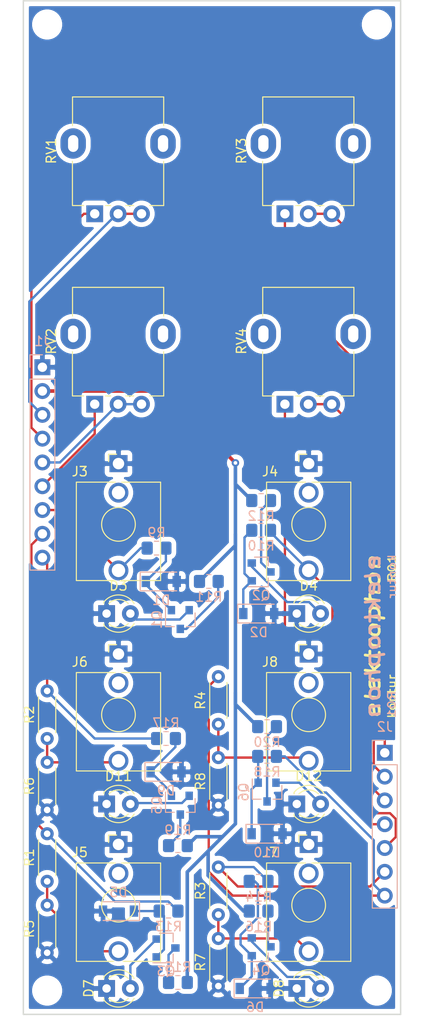
<source format=kicad_pcb>
(kicad_pcb (version 20171130) (host pcbnew 5.1.10)
  (title_block (title kontur) (date 2021-12-12) (rev R01) (comment 1 "PCB for panel") (comment 2 "AD/AR envelope generator") (comment 4 "License CC BY 4.0 - Attribution 4.0 International"))
  (layers (0 F.Cu signal) (31 B.Cu signal) (34 B.Paste user) (35 F.Paste user) (36 B.SilkS user) (37 F.SilkS user) (38 B.Mask user) (39 F.Mask user) (44 Edge.Cuts user))
  (net 0 "")
  (net 1 GND)
  (net 2 "Net-(J3-PadTN)")
  (net 3 "Net-(J4-PadTN)")
  (net 4 "Net-(D1-Pad1)")
  (net 5 "Net-(D2-Pad1)")
  (net 6 "Net-(D3-Pad2)")
  (net 7 "Net-(D4-Pad2)")
  (net 8 "Net-(D5-Pad1)")
  (net 9 "Net-(D6-Pad1)")
  (net 10 "Net-(D7-Pad2)")
  (net 11 "Net-(D8-Pad2)")
  (net 12 "Net-(D9-Pad1)")
  (net 13 "Net-(D10-Pad1)")
  (net 14 "Net-(D11-Pad2)")
  (net 15 "Net-(D12-Pad2)")
  (net 16 /EOE1)
  (net 17 /OUT1)
  (net 18 /IN1)
  (net 19 /DA2)
  (net 20 /DA1)
  (net 21 /AA2)
  (net 22 /AA1)
  (net 23 +5V)
  (net 24 /EOE2)
  (net 25 /OUT2)
  (net 26 /IN2)
  (net 27 /DB2)
  (net 28 /DB1)
  (net 29 /AB2)
  (net 30 /AB1)
  (net 31 "Net-(J5-PadTN)")
  (net 32 "Net-(J5-PadT)")
  (net 33 "Net-(J6-PadTN)")
  (net 34 "Net-(J6-PadT)")
  (net 35 "Net-(J7-PadTN)")
  (net 36 "Net-(J7-PadT)")
  (net 37 "Net-(J8-PadTN)")
  (net 38 "Net-(J8-PadT)")
  (net 39 "Net-(Q1-Pad3)")
  (net 40 "Net-(Q2-Pad3)")
  (net 41 "Net-(Q3-Pad3)")
  (net 42 "Net-(Q4-Pad3)")
  (net 43 "Net-(Q5-Pad3)")
  (net 44 "Net-(Q6-Pad3)")
  (module "elektrophon:elektrophon logo" (layer F.Cu) (at 89.154 118.618 90)
    (fp_text reference REF** hide)
    (fp_text value "elektrophon logo" hide)
    (fp_text user kontur (at 8.84 1.02 90) (layer B.SilkS) (effects (font (size 0.8 1)) (justify left mirror)))
    (fp_text user R01 (at -8.83 1 90) (layer B.SilkS) (effects (font (size 0.8 1)) (justify right mirror)))
    (fp_text user elektrophon (at 0 -1.016 90) (layer B.SilkS) (effects (font (size 1.5 2) (thickness 0.3) italic) (justify mirror)))
    (fp_text user R01 (at 8.8 1.02 90) (layer F.SilkS) (effects (font (size 0.8 1)) (justify right)))
    (fp_text user kontur (at -8.88 1 90) (layer F.SilkS) (effects (font (size 0.8 1)) (justify left)))
    (fp_text user elektrophon (at 0 -1.016 90) (layer F.SilkS) (effects (font (size 1.5 2) (thickness 0.3) italic)))
  )
  (module MountingHole:MountingHole_2.2mm_M2 (layer F.Cu) (at 53.34 53.34)
    (fp_text reference H1 hide)
    (fp_text value MountingHole hide)
    (pad 1 np_thru_hole circle (at 0 0) (size 2.2 2.2) (drill 2.2) (layers *.Cu *.Mask))
  )
  (module elektrophon:Potentiometer_Alpha_RD901F-40-00D_Single_Vertical (layer F.Cu) (at 81.28 86.36 90)
    (fp_text reference RV4 (at -0.79 -7.18 270) (layer F.SilkS))
    (fp_text value 500k)
    (pad "" thru_hole oval (at 0 -4.84 180) (size 2.72 3.24) (drill oval 1.1 1.8) (layers *.Cu *.Mask))
    (pad "" thru_hole oval (at 0 4.76 180) (size 2.72 3.24) (drill oval 1.1 1.8) (layers *.Cu *.Mask))
    (pad 3 thru_hole circle (at -7.5 2.46 180) (size 1.8 1.8) (drill 1) (layers *.Cu *.Mask) (net 28 /DB1))
    (pad 2 thru_hole circle (at -7.5 -0.04 180) (size 1.8 1.8) (drill 1) (layers *.Cu *.Mask) (net 28 /DB1))
    (pad 1 thru_hole rect (at -7.5 -2.54 180) (size 1.8 1.8) (drill 1) (layers *.Cu *.Mask) (net 27 /DB2))
  )
  (module elektrophon:Potentiometer_Alpha_RD901F-40-00D_Single_Vertical (layer F.Cu) (at 81.28 66.04 90)
    (fp_text reference RV3 (at -0.79 -7.18 270) (layer F.SilkS))
    (fp_text value 100k)
    (pad "" thru_hole oval (at 0 -4.84 180) (size 2.72 3.24) (drill oval 1.1 1.8) (layers *.Cu *.Mask))
    (pad "" thru_hole oval (at 0 4.76 180) (size 2.72 3.24) (drill oval 1.1 1.8) (layers *.Cu *.Mask))
    (pad 3 thru_hole circle (at -7.5 2.46 180) (size 1.8 1.8) (drill 1) (layers *.Cu *.Mask) (net 30 /AB1))
    (pad 2 thru_hole circle (at -7.5 -0.04 180) (size 1.8 1.8) (drill 1) (layers *.Cu *.Mask) (net 30 /AB1))
    (pad 1 thru_hole rect (at -7.5 -2.54 180) (size 1.8 1.8) (drill 1) (layers *.Cu *.Mask) (net 29 /AB2))
  )
  (module Resistor_SMD:R_0805_2012Metric_Pad1.20x1.40mm_HandSolder (layer B.Cu) (at 76.835 128.27)
    (fp_text reference R20 (at 0 1.65) (layer B.SilkS) (effects (justify mirror)))
    (fp_text value 5.1k)
    (pad 2 smd roundrect (at 1 0) (size 1.2 1.4) (layers B.Cu B.Paste B.Mask) (roundrect_rratio 0.208333) (net 44 "Net-(Q6-Pad3)"))
    (pad 1 smd roundrect (at -1 0) (size 1.2 1.4) (layers B.Cu B.Paste B.Mask) (roundrect_rratio 0.208333) (net 23 +5V))
  )
  (module Resistor_SMD:R_0805_2012Metric_Pad1.20x1.40mm_HandSolder (layer B.Cu) (at 67.31 140.97 180)
    (fp_text reference R19 (at 0 1.65) (layer B.SilkS) (effects (justify mirror)))
    (fp_text value 5.1k)
    (pad 2 smd roundrect (at 1 0 180) (size 1.2 1.4) (layers B.Cu B.Paste B.Mask) (roundrect_rratio 0.208333) (net 43 "Net-(Q5-Pad3)"))
    (pad 1 smd roundrect (at -1 0 180) (size 1.2 1.4) (layers B.Cu B.Paste B.Mask) (roundrect_rratio 0.208333) (net 23 +5V))
  )
  (module Resistor_SMD:R_0805_2012Metric_Pad1.20x1.40mm_HandSolder (layer B.Cu) (at 76.835 131.445)
    (fp_text reference R18 (at 0 1.65) (layer B.SilkS) (effects (justify mirror)))
    (fp_text value 100k)
    (pad 2 smd roundrect (at 1 0) (size 1.2 1.4) (layers B.Cu B.Paste B.Mask) (roundrect_rratio 0.208333) (net 24 /EOE2))
    (pad 1 smd roundrect (at -1 0) (size 1.2 1.4) (layers B.Cu B.Paste B.Mask) (roundrect_rratio 0.208333) (net 13 "Net-(D10-Pad1)"))
  )
  (module Resistor_SMD:R_0805_2012Metric_Pad1.20x1.40mm_HandSolder (layer B.Cu) (at 66.04 129.54 180)
    (fp_text reference R17 (at 0 1.65) (layer B.SilkS) (effects (justify mirror)))
    (fp_text value 100k)
    (pad 2 smd roundrect (at 1 0 180) (size 1.2 1.4) (layers B.Cu B.Paste B.Mask) (roundrect_rratio 0.208333) (net 16 /EOE1))
    (pad 1 smd roundrect (at -1 0 180) (size 1.2 1.4) (layers B.Cu B.Paste B.Mask) (roundrect_rratio 0.208333) (net 12 "Net-(D9-Pad1)"))
  )
  (module Resistor_SMD:R_0805_2012Metric_Pad1.20x1.40mm_HandSolder (layer B.Cu) (at 75.93 147.955)
    (fp_text reference R16 (at 0 1.65) (layer B.SilkS) (effects (justify mirror)))
    (fp_text value 5.1k)
    (pad 2 smd roundrect (at 1 0) (size 1.2 1.4) (layers B.Cu B.Paste B.Mask) (roundrect_rratio 0.208333) (net 42 "Net-(Q4-Pad3)"))
    (pad 1 smd roundrect (at -1 0) (size 1.2 1.4) (layers B.Cu B.Paste B.Mask) (roundrect_rratio 0.208333) (net 23 +5V))
  )
  (module Resistor_SMD:R_0805_2012Metric_Pad1.20x1.40mm_HandSolder (layer B.Cu) (at 67.31 155.575 180)
    (fp_text reference R15 (at 0 1.65) (layer B.SilkS) (effects (justify mirror)))
    (fp_text value 5.1k)
    (pad 2 smd roundrect (at 1 0 180) (size 1.2 1.4) (layers B.Cu B.Paste B.Mask) (roundrect_rratio 0.208333) (net 41 "Net-(Q3-Pad3)"))
    (pad 1 smd roundrect (at -1 0 180) (size 1.2 1.4) (layers B.Cu B.Paste B.Mask) (roundrect_rratio 0.208333) (net 23 +5V))
  )
  (module Resistor_SMD:R_0805_2012Metric_Pad1.20x1.40mm_HandSolder (layer B.Cu) (at 75.93 144.78)
    (fp_text reference R14 (at 0 1.65) (layer B.SilkS) (effects (justify mirror)))
    (fp_text value 100k)
    (pad 2 smd roundrect (at 1 0) (size 1.2 1.4) (layers B.Cu B.Paste B.Mask) (roundrect_rratio 0.208333) (net 25 /OUT2))
    (pad 1 smd roundrect (at -1 0) (size 1.2 1.4) (layers B.Cu B.Paste B.Mask) (roundrect_rratio 0.208333) (net 9 "Net-(D6-Pad1)"))
  )
  (module Resistor_SMD:R_0805_2012Metric_Pad1.20x1.40mm_HandSolder (layer B.Cu) (at 66.31 147.955)
    (fp_text reference R13 (at 0 1.65) (layer B.SilkS) (effects (justify mirror)))
    (fp_text value 100k)
    (pad 2 smd roundrect (at 1 0) (size 1.2 1.4) (layers B.Cu B.Paste B.Mask) (roundrect_rratio 0.208333) (net 17 /OUT1))
    (pad 1 smd roundrect (at -1 0) (size 1.2 1.4) (layers B.Cu B.Paste B.Mask) (roundrect_rratio 0.208333) (net 8 "Net-(D5-Pad1)"))
  )
  (module Resistor_SMD:R_0805_2012Metric_Pad1.20x1.40mm_HandSolder (layer B.Cu) (at 76.2 104.14)
    (fp_text reference R12 (at 0 1.65) (layer B.SilkS) (effects (justify mirror)))
    (fp_text value 5.1k)
    (pad 2 smd roundrect (at 1 0) (size 1.2 1.4) (layers B.Cu B.Paste B.Mask) (roundrect_rratio 0.208333) (net 40 "Net-(Q2-Pad3)"))
    (pad 1 smd roundrect (at -1 0) (size 1.2 1.4) (layers B.Cu B.Paste B.Mask) (roundrect_rratio 0.208333) (net 23 +5V))
  )
  (module Resistor_SMD:R_0805_2012Metric_Pad1.20x1.40mm_HandSolder (layer B.Cu) (at 70.612 112.776)
    (fp_text reference R11 (at 0 1.65) (layer B.SilkS) (effects (justify mirror)))
    (fp_text value 5.1k)
    (pad 2 smd roundrect (at 1 0) (size 1.2 1.4) (layers B.Cu B.Paste B.Mask) (roundrect_rratio 0.208333) (net 39 "Net-(Q1-Pad3)"))
    (pad 1 smd roundrect (at -1 0) (size 1.2 1.4) (layers B.Cu B.Paste B.Mask) (roundrect_rratio 0.208333) (net 23 +5V))
  )
  (module Resistor_SMD:R_0805_2012Metric_Pad1.20x1.40mm_HandSolder (layer B.Cu) (at 76.2 107.315)
    (fp_text reference R10 (at 0 1.65) (layer B.SilkS) (effects (justify mirror)))
    (fp_text value 100k)
    (pad 2 smd roundrect (at 1 0) (size 1.2 1.4) (layers B.Cu B.Paste B.Mask) (roundrect_rratio 0.208333) (net 26 /IN2))
    (pad 1 smd roundrect (at -1 0) (size 1.2 1.4) (layers B.Cu B.Paste B.Mask) (roundrect_rratio 0.208333) (net 5 "Net-(D2-Pad1)"))
  )
  (module Resistor_SMD:R_0805_2012Metric_Pad1.20x1.40mm_HandSolder (layer B.Cu) (at 65.024 109.22 180)
    (fp_text reference R9 (at 0 1.65) (layer B.SilkS) (effects (justify mirror)))
    (fp_text value 100k)
    (pad 2 smd roundrect (at 1 0 180) (size 1.2 1.4) (layers B.Cu B.Paste B.Mask) (roundrect_rratio 0.208333) (net 18 /IN1))
    (pad 1 smd roundrect (at -1 0 180) (size 1.2 1.4) (layers B.Cu B.Paste B.Mask) (roundrect_rratio 0.208333) (net 4 "Net-(D1-Pad1)"))
  )
  (module Resistor_THT:R_Axial_DIN0204_L3.6mm_D1.6mm_P5.08mm_Horizontal (layer F.Cu) (at 71.628 136.652 90)
    (fp_text reference R8 (at 2.54 -1.92 90) (layer F.SilkS))
    (fp_text value 2.2k)
    (pad 2 thru_hole oval (at 5.08 0 90) (size 1.4 1.4) (drill 0.7) (layers *.Cu *.Mask) (net 38 "Net-(J8-PadT)"))
    (pad 1 thru_hole circle (at 0 0 90) (size 1.4 1.4) (drill 0.7) (layers *.Cu *.Mask) (net 1 GND))
  )
  (module Resistor_THT:R_Axial_DIN0204_L3.6mm_D1.6mm_P5.08mm_Horizontal (layer F.Cu) (at 71.628 155.956 90)
    (fp_text reference R7 (at 2.54 -1.92 90) (layer F.SilkS))
    (fp_text value 2.2k)
    (pad 2 thru_hole oval (at 5.08 0 90) (size 1.4 1.4) (drill 0.7) (layers *.Cu *.Mask) (net 36 "Net-(J7-PadT)"))
    (pad 1 thru_hole circle (at 0 0 90) (size 1.4 1.4) (drill 0.7) (layers *.Cu *.Mask) (net 1 GND))
  )
  (module Resistor_THT:R_Axial_DIN0204_L3.6mm_D1.6mm_P5.08mm_Horizontal (layer F.Cu) (at 53.34 137.16 90)
    (fp_text reference R6 (at 2.54 -1.92 90) (layer F.SilkS))
    (fp_text value 2.2k)
    (pad 2 thru_hole oval (at 5.08 0 90) (size 1.4 1.4) (drill 0.7) (layers *.Cu *.Mask) (net 34 "Net-(J6-PadT)"))
    (pad 1 thru_hole circle (at 0 0 90) (size 1.4 1.4) (drill 0.7) (layers *.Cu *.Mask) (net 1 GND))
  )
  (module Resistor_THT:R_Axial_DIN0204_L3.6mm_D1.6mm_P5.08mm_Horizontal (layer F.Cu) (at 53.34 152.4 90)
    (fp_text reference R5 (at 2.54 -1.92 90) (layer F.SilkS))
    (fp_text value 2.2k)
    (pad 2 thru_hole oval (at 5.08 0 90) (size 1.4 1.4) (drill 0.7) (layers *.Cu *.Mask) (net 32 "Net-(J5-PadT)"))
    (pad 1 thru_hole circle (at 0 0 90) (size 1.4 1.4) (drill 0.7) (layers *.Cu *.Mask) (net 1 GND))
  )
  (module Resistor_THT:R_Axial_DIN0204_L3.6mm_D1.6mm_P5.08mm_Horizontal (layer F.Cu) (at 71.628 128.016 90)
    (fp_text reference R4 (at 2.54 -1.92 90) (layer F.SilkS))
    (fp_text value 2.2k)
    (pad 2 thru_hole oval (at 5.08 0 90) (size 1.4 1.4) (drill 0.7) (layers *.Cu *.Mask) (net 24 /EOE2))
    (pad 1 thru_hole circle (at 0 0 90) (size 1.4 1.4) (drill 0.7) (layers *.Cu *.Mask) (net 38 "Net-(J8-PadT)"))
  )
  (module Resistor_THT:R_Axial_DIN0204_L3.6mm_D1.6mm_P5.08mm_Horizontal (layer F.Cu) (at 71.628 148.336 90)
    (fp_text reference R3 (at 2.54 -1.92 90) (layer F.SilkS))
    (fp_text value 2.2k)
    (pad 2 thru_hole oval (at 5.08 0 90) (size 1.4 1.4) (drill 0.7) (layers *.Cu *.Mask) (net 25 /OUT2))
    (pad 1 thru_hole circle (at 0 0 90) (size 1.4 1.4) (drill 0.7) (layers *.Cu *.Mask) (net 36 "Net-(J7-PadT)"))
  )
  (module Resistor_THT:R_Axial_DIN0204_L3.6mm_D1.6mm_P5.08mm_Horizontal (layer F.Cu) (at 53.34 129.54 90)
    (fp_text reference R2 (at 2.54 -1.92 90) (layer F.SilkS))
    (fp_text value 2.2k)
    (pad 2 thru_hole oval (at 5.08 0 90) (size 1.4 1.4) (drill 0.7) (layers *.Cu *.Mask) (net 16 /EOE1))
    (pad 1 thru_hole circle (at 0 0 90) (size 1.4 1.4) (drill 0.7) (layers *.Cu *.Mask) (net 34 "Net-(J6-PadT)"))
  )
  (module Resistor_THT:R_Axial_DIN0204_L3.6mm_D1.6mm_P5.08mm_Horizontal (layer F.Cu) (at 53.34 144.78 90)
    (fp_text reference R1 (at 2.54 -1.92 90) (layer F.SilkS))
    (fp_text value 2.2k)
    (pad 2 thru_hole oval (at 5.08 0 90) (size 1.4 1.4) (drill 0.7) (layers *.Cu *.Mask) (net 17 /OUT1))
    (pad 1 thru_hole circle (at 0 0 90) (size 1.4 1.4) (drill 0.7) (layers *.Cu *.Mask) (net 32 "Net-(J5-PadT)"))
  )
  (module Package_TO_SOT_SMD:SOT-23 (layer B.Cu) (at 76.835 135.255 270)
    (fp_text reference Q6 (at 0 2.5 90) (layer B.SilkS) (effects (justify mirror)))
    (fp_text value MMBT3904)
    (pad 3 smd rect (at 1 0 270) (size 0.9 0.8) (layers B.Cu B.Paste B.Mask) (net 44 "Net-(Q6-Pad3)"))
    (pad 2 smd rect (at -1 -0.95 270) (size 0.9 0.8) (layers B.Cu B.Paste B.Mask) (net 15 "Net-(D12-Pad2)"))
    (pad 1 smd rect (at -1 0.95 270) (size 0.9 0.8) (layers B.Cu B.Paste B.Mask) (net 13 "Net-(D10-Pad1)"))
  )
  (module Package_TO_SOT_SMD:SOT-23 (layer B.Cu) (at 67.564 136.652 270)
    (fp_text reference Q5 (at 0 2.5 90) (layer B.SilkS) (effects (justify mirror)))
    (fp_text value MMBT3904)
    (pad 3 smd rect (at 1 0 270) (size 0.9 0.8) (layers B.Cu B.Paste B.Mask) (net 43 "Net-(Q5-Pad3)"))
    (pad 2 smd rect (at -1 -0.95 270) (size 0.9 0.8) (layers B.Cu B.Paste B.Mask) (net 14 "Net-(D11-Pad2)"))
    (pad 1 smd rect (at -1 0.95 270) (size 0.9 0.8) (layers B.Cu B.Paste B.Mask) (net 12 "Net-(D9-Pad1)"))
  )
  (module Package_TO_SOT_SMD:SOT-23 (layer B.Cu) (at 76.2 151.765)
    (fp_text reference Q4 (at 0 2.5) (layer B.SilkS) (effects (justify mirror)))
    (fp_text value MMBT3904)
    (pad 3 smd rect (at 1 0) (size 0.9 0.8) (layers B.Cu B.Paste B.Mask) (net 42 "Net-(Q4-Pad3)"))
    (pad 2 smd rect (at -1 -0.95) (size 0.9 0.8) (layers B.Cu B.Paste B.Mask) (net 11 "Net-(D8-Pad2)"))
    (pad 1 smd rect (at -1 0.95) (size 0.9 0.8) (layers B.Cu B.Paste B.Mask) (net 9 "Net-(D6-Pad1)"))
  )
  (module Package_TO_SOT_SMD:SOT-23 (layer B.Cu) (at 66.04 151.892)
    (fp_text reference Q3 (at 0 2.5) (layer B.SilkS) (effects (justify mirror)))
    (fp_text value MMBT3904)
    (pad 3 smd rect (at 1 0) (size 0.9 0.8) (layers B.Cu B.Paste B.Mask) (net 41 "Net-(Q3-Pad3)"))
    (pad 2 smd rect (at -1 -0.95) (size 0.9 0.8) (layers B.Cu B.Paste B.Mask) (net 10 "Net-(D7-Pad2)"))
    (pad 1 smd rect (at -1 0.95) (size 0.9 0.8) (layers B.Cu B.Paste B.Mask) (net 8 "Net-(D5-Pad1)"))
  )
  (module Package_TO_SOT_SMD:SOT-23 (layer B.Cu) (at 76.2 111.76)
    (fp_text reference Q2 (at 0 2.5) (layer B.SilkS) (effects (justify mirror)))
    (fp_text value MMBT3904)
    (pad 3 smd rect (at 1 0) (size 0.9 0.8) (layers B.Cu B.Paste B.Mask) (net 40 "Net-(Q2-Pad3)"))
    (pad 2 smd rect (at -1 -0.95) (size 0.9 0.8) (layers B.Cu B.Paste B.Mask) (net 7 "Net-(D4-Pad2)"))
    (pad 1 smd rect (at -1 0.95) (size 0.9 0.8) (layers B.Cu B.Paste B.Mask) (net 5 "Net-(D2-Pad1)"))
  )
  (module Package_TO_SOT_SMD:SOT-23 (layer B.Cu) (at 67.564 116.84 270)
    (fp_text reference Q1 (at 0 2.5 90) (layer B.SilkS) (effects (justify mirror)))
    (fp_text value MMBT3904)
    (pad 3 smd rect (at 1 0 270) (size 0.9 0.8) (layers B.Cu B.Paste B.Mask) (net 39 "Net-(Q1-Pad3)"))
    (pad 2 smd rect (at -1 -0.95 270) (size 0.9 0.8) (layers B.Cu B.Paste B.Mask) (net 6 "Net-(D3-Pad2)"))
    (pad 1 smd rect (at -1 0.95 270) (size 0.9 0.8) (layers B.Cu B.Paste B.Mask) (net 4 "Net-(D1-Pad1)"))
  )
  (module elektrophon:Jack_3.5mm_WQP-PJ398SM_Vertical (layer F.Cu) (at 81.28 127)
    (fp_text reference J8 (at -4.13 -5.63) (layer F.SilkS))
    (fp_text value AudioJack2_SwitchT)
    (pad TN thru_hole circle (at 0 -3.38 180) (size 2.13 2.13) (drill 1.42) (layers *.Cu *.Mask) (net 37 "Net-(J8-PadTN)"))
    (pad S thru_hole rect (at 0 -6.48 180) (size 1.93 1.83) (drill 1.22) (layers *.Cu *.Mask) (net 1 GND))
    (pad T thru_hole circle (at 0 4.92 180) (size 2.13 2.13) (drill 1.43) (layers *.Cu *.Mask) (net 38 "Net-(J8-PadT)"))
  )
  (module elektrophon:Jack_3.5mm_WQP-PJ398SM_Vertical (layer F.Cu) (at 81.28 147.32)
    (fp_text reference J7 (at -4.13 -5.63) (layer F.SilkS))
    (fp_text value AudioJack2_SwitchT)
    (pad TN thru_hole circle (at 0 -3.38 180) (size 2.13 2.13) (drill 1.42) (layers *.Cu *.Mask) (net 35 "Net-(J7-PadTN)"))
    (pad S thru_hole rect (at 0 -6.48 180) (size 1.93 1.83) (drill 1.22) (layers *.Cu *.Mask) (net 1 GND))
    (pad T thru_hole circle (at 0 4.92 180) (size 2.13 2.13) (drill 1.43) (layers *.Cu *.Mask) (net 36 "Net-(J7-PadT)"))
  )
  (module elektrophon:Jack_3.5mm_WQP-PJ398SM_Vertical (layer F.Cu) (at 81.28 106.68)
    (fp_text reference J4 (at -4.13 -5.63) (layer F.SilkS))
    (fp_text value AudioJack2_SwitchT)
    (pad TN thru_hole circle (at 0 -3.38 180) (size 2.13 2.13) (drill 1.42) (layers *.Cu *.Mask) (net 3 "Net-(J4-PadTN)"))
    (pad S thru_hole rect (at 0 -6.48 180) (size 1.93 1.83) (drill 1.22) (layers *.Cu *.Mask) (net 1 GND))
    (pad T thru_hole circle (at 0 4.92 180) (size 2.13 2.13) (drill 1.43) (layers *.Cu *.Mask) (net 26 /IN2))
  )
  (module Connector_PinSocket_2.54mm:PinSocket_1x07_P2.54mm_Vertical (layer B.Cu) (at 89.408 131.064 180)
    (fp_text reference J2 (at 0 2.77) (layer B.SilkS) (effects (justify mirror)))
    (fp_text value "01x07 Male")
    (pad 7 thru_hole oval (at 0 -15.24 180) (size 1.7 1.7) (drill 1) (layers *.Cu *.Mask) (net 24 /EOE2))
    (pad 6 thru_hole oval (at 0 -12.7 180) (size 1.7 1.7) (drill 1) (layers *.Cu *.Mask) (net 25 /OUT2))
    (pad 5 thru_hole oval (at 0 -10.16 180) (size 1.7 1.7) (drill 1) (layers *.Cu *.Mask) (net 26 /IN2))
    (pad 4 thru_hole oval (at 0 -7.62 180) (size 1.7 1.7) (drill 1) (layers *.Cu *.Mask) (net 27 /DB2))
    (pad 3 thru_hole oval (at 0 -5.08 180) (size 1.7 1.7) (drill 1) (layers *.Cu *.Mask) (net 28 /DB1))
    (pad 2 thru_hole oval (at 0 -2.54 180) (size 1.7 1.7) (drill 1) (layers *.Cu *.Mask) (net 29 /AB2))
    (pad 1 thru_hole rect (at 0 0 180) (size 1.7 1.7) (drill 1) (layers *.Cu *.Mask) (net 30 /AB1))
  )
  (module Connector_PinSocket_2.54mm:PinSocket_1x09_P2.54mm_Vertical (layer B.Cu) (at 52.832 89.916 180)
    (fp_text reference J1 (at 0 2.77) (layer B.SilkS) (effects (justify mirror)))
    (fp_text value "01x09 Male")
    (pad 9 thru_hole oval (at 0 -20.32 180) (size 1.7 1.7) (drill 1) (layers *.Cu *.Mask) (net 16 /EOE1))
    (pad 8 thru_hole oval (at 0 -17.78 180) (size 1.7 1.7) (drill 1) (layers *.Cu *.Mask) (net 17 /OUT1))
    (pad 7 thru_hole oval (at 0 -15.24 180) (size 1.7 1.7) (drill 1) (layers *.Cu *.Mask) (net 18 /IN1))
    (pad 6 thru_hole oval (at 0 -12.7 180) (size 1.7 1.7) (drill 1) (layers *.Cu *.Mask) (net 19 /DA2))
    (pad 5 thru_hole oval (at 0 -10.16 180) (size 1.7 1.7) (drill 1) (layers *.Cu *.Mask) (net 20 /DA1))
    (pad 4 thru_hole oval (at 0 -7.62 180) (size 1.7 1.7) (drill 1) (layers *.Cu *.Mask) (net 21 /AA2))
    (pad 3 thru_hole oval (at 0 -5.08 180) (size 1.7 1.7) (drill 1) (layers *.Cu *.Mask) (net 22 /AA1))
    (pad 2 thru_hole oval (at 0 -2.54 180) (size 1.7 1.7) (drill 1) (layers *.Cu *.Mask) (net 23 +5V))
    (pad 1 thru_hole rect (at 0 0 180) (size 1.7 1.7) (drill 1) (layers *.Cu *.Mask) (net 1 GND))
  )
  (module LED_THT:LED_D3.0mm (layer F.Cu) (at 80.01 136.525)
    (fp_text reference D12 (at 1.27 -2.96) (layer F.SilkS))
    (fp_text value "LED (Red)")
    (pad 2 thru_hole circle (at 2.54 0) (size 1.8 1.8) (drill 0.9) (layers *.Cu *.Mask) (net 15 "Net-(D12-Pad2)"))
    (pad 1 thru_hole rect (at 0 0) (size 1.8 1.8) (drill 0.9) (layers *.Cu *.Mask) (net 1 GND))
  )
  (module LED_THT:LED_D3.0mm (layer F.Cu) (at 59.69 136.525)
    (fp_text reference D11 (at 1.27 -2.96) (layer F.SilkS))
    (fp_text value "LED (Red)")
    (pad 2 thru_hole circle (at 2.54 0) (size 1.8 1.8) (drill 0.9) (layers *.Cu *.Mask) (net 14 "Net-(D11-Pad2)"))
    (pad 1 thru_hole rect (at 0 0) (size 1.8 1.8) (drill 0.9) (layers *.Cu *.Mask) (net 1 GND))
  )
  (module Diode_SMD:D_SOD-123 (layer B.Cu) (at 76.835 139.7)
    (fp_text reference D10 (at 0 2) (layer B.SilkS) (effects (justify mirror)))
    (fp_text value 1N4148W)
    (pad 2 smd rect (at 1.65 0) (size 0.9 1.2) (layers B.Cu B.Paste B.Mask) (net 1 GND))
    (pad 1 smd rect (at -1.65 0) (size 0.9 1.2) (layers B.Cu B.Paste B.Mask) (net 13 "Net-(D10-Pad1)"))
  )
  (module Diode_SMD:D_SOD-123 (layer B.Cu) (at 66.04 133.096)
    (fp_text reference D9 (at 0 2) (layer B.SilkS) (effects (justify mirror)))
    (fp_text value 1N4148W)
    (pad 2 smd rect (at 1.65 0) (size 0.9 1.2) (layers B.Cu B.Paste B.Mask) (net 1 GND))
    (pad 1 smd rect (at -1.65 0) (size 0.9 1.2) (layers B.Cu B.Paste B.Mask) (net 12 "Net-(D9-Pad1)"))
  )
  (module LED_THT:LED_D3.0mm (layer F.Cu) (at 80.01 156.21)
    (fp_text reference D8 (at -1.905 0 90) (layer F.SilkS))
    (fp_text value "LED (Red)")
    (pad 2 thru_hole circle (at 2.54 0) (size 1.8 1.8) (drill 0.9) (layers *.Cu *.Mask) (net 11 "Net-(D8-Pad2)"))
    (pad 1 thru_hole rect (at 0 0) (size 1.8 1.8) (drill 0.9) (layers *.Cu *.Mask) (net 1 GND))
  )
  (module LED_THT:LED_D3.0mm (layer F.Cu) (at 59.69 156.21)
    (fp_text reference D7 (at -1.905 0 90) (layer F.SilkS))
    (fp_text value "LED (Red)")
    (pad 2 thru_hole circle (at 2.54 0) (size 1.8 1.8) (drill 0.9) (layers *.Cu *.Mask) (net 10 "Net-(D7-Pad2)"))
    (pad 1 thru_hole rect (at 0 0) (size 1.8 1.8) (drill 0.9) (layers *.Cu *.Mask) (net 1 GND))
  )
  (module Diode_SMD:D_SOD-123 (layer B.Cu) (at 75.565 156.21)
    (fp_text reference D6 (at 0 2) (layer B.SilkS) (effects (justify mirror)))
    (fp_text value 1N4148W)
    (pad 2 smd rect (at 1.65 0) (size 0.9 1.2) (layers B.Cu B.Paste B.Mask) (net 1 GND))
    (pad 1 smd rect (at -1.65 0) (size 0.9 1.2) (layers B.Cu B.Paste B.Mask) (net 9 "Net-(D6-Pad1)"))
  )
  (module Diode_SMD:D_SOD-123 (layer B.Cu) (at 60.96 147.955 180)
    (fp_text reference D5 (at 0 2) (layer B.SilkS) (effects (justify mirror)))
    (fp_text value 1N4148W)
    (pad 2 smd rect (at 1.65 0 180) (size 0.9 1.2) (layers B.Cu B.Paste B.Mask) (net 1 GND))
    (pad 1 smd rect (at -1.65 0 180) (size 0.9 1.2) (layers B.Cu B.Paste B.Mask) (net 8 "Net-(D5-Pad1)"))
  )
  (module LED_THT:LED_D3.0mm (layer F.Cu) (at 80.01 116.205)
    (fp_text reference D4 (at 1.27 -2.96) (layer F.SilkS))
    (fp_text value "LED (Yellow)")
    (pad 2 thru_hole circle (at 2.54 0) (size 1.8 1.8) (drill 0.9) (layers *.Cu *.Mask) (net 7 "Net-(D4-Pad2)"))
    (pad 1 thru_hole rect (at 0 0) (size 1.8 1.8) (drill 0.9) (layers *.Cu *.Mask) (net 1 GND))
  )
  (module LED_THT:LED_D3.0mm (layer F.Cu) (at 59.69 116.205)
    (fp_text reference D3 (at 1.27 -2.96) (layer F.SilkS))
    (fp_text value "LED (Yellow)")
    (pad 2 thru_hole circle (at 2.54 0) (size 1.8 1.8) (drill 0.9) (layers *.Cu *.Mask) (net 6 "Net-(D3-Pad2)"))
    (pad 1 thru_hole rect (at 0 0) (size 1.8 1.8) (drill 0.9) (layers *.Cu *.Mask) (net 1 GND))
  )
  (module Diode_SMD:D_SOD-123 (layer B.Cu) (at 75.945 116.205)
    (fp_text reference D2 (at 0 2) (layer B.SilkS) (effects (justify mirror)))
    (fp_text value 1N4148W)
    (pad 2 smd rect (at 1.65 0) (size 0.9 1.2) (layers B.Cu B.Paste B.Mask) (net 1 GND))
    (pad 1 smd rect (at -1.65 0) (size 0.9 1.2) (layers B.Cu B.Paste B.Mask) (net 5 "Net-(D2-Pad1)"))
  )
  (module Diode_SMD:D_SOD-123 (layer B.Cu) (at 65.532 112.776)
    (fp_text reference D1 (at 0 2) (layer B.SilkS) (effects (justify mirror)))
    (fp_text value 1N4148W)
    (pad 2 smd rect (at 1.65 0) (size 0.9 1.2) (layers B.Cu B.Paste B.Mask) (net 1 GND))
    (pad 1 smd rect (at -1.65 0) (size 0.9 1.2) (layers B.Cu B.Paste B.Mask) (net 4 "Net-(D1-Pad1)"))
  )
  (module elektrophon:Potentiometer_Alpha_RD901F-40-00D_Single_Vertical (layer F.Cu) (at 60.96 86.36 90)
    (fp_text reference RV2 (at -0.79 -7.18 270) (layer F.SilkS))
    (fp_text value 500k)
    (pad "" thru_hole oval (at 0 -4.84 180) (size 2.72 3.24) (drill oval 1.1 1.8) (layers *.Cu *.Mask))
    (pad "" thru_hole oval (at 0 4.76 180) (size 2.72 3.24) (drill oval 1.1 1.8) (layers *.Cu *.Mask))
    (pad 3 thru_hole circle (at -7.5 2.46 180) (size 1.8 1.8) (drill 1) (layers *.Cu *.Mask) (net 20 /DA1))
    (pad 2 thru_hole circle (at -7.5 -0.04 180) (size 1.8 1.8) (drill 1) (layers *.Cu *.Mask) (net 20 /DA1))
    (pad 1 thru_hole rect (at -7.5 -2.54 180) (size 1.8 1.8) (drill 1) (layers *.Cu *.Mask) (net 19 /DA2))
  )
  (module elektrophon:Potentiometer_Alpha_RD901F-40-00D_Single_Vertical (layer F.Cu) (at 60.96 66.04 90)
    (fp_text reference RV1 (at -0.79 -7.18 270) (layer F.SilkS))
    (fp_text value 100k)
    (pad "" thru_hole oval (at 0 -4.84 180) (size 2.72 3.24) (drill oval 1.1 1.8) (layers *.Cu *.Mask))
    (pad "" thru_hole oval (at 0 4.76 180) (size 2.72 3.24) (drill oval 1.1 1.8) (layers *.Cu *.Mask))
    (pad 3 thru_hole circle (at -7.5 2.46 180) (size 1.8 1.8) (drill 1) (layers *.Cu *.Mask) (net 22 /AA1))
    (pad 2 thru_hole circle (at -7.5 -0.04 180) (size 1.8 1.8) (drill 1) (layers *.Cu *.Mask) (net 22 /AA1))
    (pad 1 thru_hole rect (at -7.5 -2.54 180) (size 1.8 1.8) (drill 1) (layers *.Cu *.Mask) (net 21 /AA2))
  )
  (module elektrophon:Jack_3.5mm_WQP-PJ398SM_Vertical (layer F.Cu) (at 60.96 127)
    (fp_text reference J6 (at -4.13 -5.63) (layer F.SilkS))
    (fp_text value AudioJack2_SwitchT)
    (pad TN thru_hole circle (at 0 -3.38 180) (size 2.13 2.13) (drill 1.42) (layers *.Cu *.Mask) (net 33 "Net-(J6-PadTN)"))
    (pad S thru_hole rect (at 0 -6.48 180) (size 1.93 1.83) (drill 1.22) (layers *.Cu *.Mask) (net 1 GND))
    (pad T thru_hole circle (at 0 4.92 180) (size 2.13 2.13) (drill 1.43) (layers *.Cu *.Mask) (net 34 "Net-(J6-PadT)"))
  )
  (module elektrophon:Jack_3.5mm_WQP-PJ398SM_Vertical (layer F.Cu) (at 60.96 147.32)
    (fp_text reference J5 (at -4.13 -5.63) (layer F.SilkS))
    (fp_text value AudioJack2_SwitchT)
    (pad TN thru_hole circle (at 0 -3.38 180) (size 2.13 2.13) (drill 1.42) (layers *.Cu *.Mask) (net 31 "Net-(J5-PadTN)"))
    (pad S thru_hole rect (at 0 -6.48 180) (size 1.93 1.83) (drill 1.22) (layers *.Cu *.Mask) (net 1 GND))
    (pad T thru_hole circle (at 0 4.92 180) (size 2.13 2.13) (drill 1.43) (layers *.Cu *.Mask) (net 32 "Net-(J5-PadT)"))
  )
  (module elektrophon:Jack_3.5mm_WQP-PJ398SM_Vertical (layer F.Cu) (at 60.96 106.68)
    (fp_text reference J3 (at -4.13 -5.63) (layer F.SilkS))
    (fp_text value AudioJack2_SwitchT)
    (pad TN thru_hole circle (at 0 -3.38 180) (size 2.13 2.13) (drill 1.42) (layers *.Cu *.Mask) (net 2 "Net-(J3-PadTN)"))
    (pad S thru_hole rect (at 0 -6.48 180) (size 1.93 1.83) (drill 1.22) (layers *.Cu *.Mask) (net 1 GND))
    (pad T thru_hole circle (at 0 4.92 180) (size 2.13 2.13) (drill 1.43) (layers *.Cu *.Mask) (net 18 /IN1))
  )
  (module MountingHole:MountingHole_2.2mm_M2 (layer F.Cu) (at 88.56 156.44)
    (fp_text reference H4 hide)
    (fp_text value MountingHole hide)
    (pad 1 np_thru_hole circle (at 0 0) (size 2.2 2.2) (drill 2.2) (layers *.Cu *.Mask))
  )
  (module MountingHole:MountingHole_2.2mm_M2 (layer F.Cu) (at 53.34 156.44)
    (fp_text reference H3 hide)
    (fp_text value MountingHole hide)
    (pad 1 np_thru_hole circle (at 0 0) (size 2.2 2.2) (drill 2.2) (layers *.Cu *.Mask))
  )
  (module MountingHole:MountingHole_2.2mm_M2 (layer F.Cu) (at 88.56 53.34)
    (fp_text reference H2 hide)
    (fp_text value MountingHole hide)
    (pad 1 np_thru_hole circle (at 0 0) (size 2.2 2.2) (drill 2.2) (layers *.Cu *.Mask))
  )
  (gr_line (start 50.8 50.8) (end 50.8 158.98) (layer Edge.Cuts) (width 0.15))
  (gr_line (start 91.1 158.98) (end 50.8 158.98) (layer Edge.Cuts) (width 0.15))
  (gr_line (start 91.1 50.8) (end 91.1 158.98) (layer Edge.Cuts) (width 0.15))
  (gr_line (start 50.8 50.8) (end 91.1 50.8) (layer Edge.Cuts) (width 0.15))
  (segment (start 63.882 113.108) (end 66.614 115.84) (width 0.25) (layer B.Cu) (net 4))
  (segment (start 63.882 112.776) (end 63.882 113.108) (width 0.25) (layer B.Cu) (net 4))
  (segment (start 66.024 110.634) (end 63.882 112.776) (width 0.25) (layer B.Cu) (net 4))
  (segment (start 66.024 109.22) (end 66.024 110.634) (width 0.25) (layer B.Cu) (net 4))
  (segment (start 74.295 113.615) (end 75.2 112.71) (width 0.25) (layer B.Cu) (net 5))
  (segment (start 74.295 116.205) (end 74.295 113.615) (width 0.25) (layer B.Cu) (net 5))
  (segment (start 74.424999 111.934999) (end 75.2 112.71) (width 0.25) (layer B.Cu) (net 5))
  (segment (start 74.424999 108.090001) (end 74.424999 111.934999) (width 0.25) (layer B.Cu) (net 5))
  (segment (start 75.2 107.315) (end 74.424999 108.090001) (width 0.25) (layer B.Cu) (net 5))
  (segment (start 68.514 115.84) (end 67.514 116.84) (width 0.25) (layer B.Cu) (net 6))
  (segment (start 62.865 116.84) (end 62.23 116.205) (width 0.25) (layer B.Cu) (net 6))
  (segment (start 67.514 116.84) (end 62.865 116.84) (width 0.25) (layer B.Cu) (net 6))
  (segment (start 78.984997 114.979999) (end 81.324999 114.979999) (width 0.25) (layer B.Cu) (net 7))
  (segment (start 81.324999 114.979999) (end 82.55 116.205) (width 0.25) (layer B.Cu) (net 7))
  (segment (start 75.2 111.195002) (end 78.984997 114.979999) (width 0.25) (layer B.Cu) (net 7))
  (segment (start 75.2 110.81) (end 75.2 111.195002) (width 0.25) (layer B.Cu) (net 7))
  (segment (start 65.815001 148.460001) (end 65.31 147.955) (width 0.25) (layer B.Cu) (net 8))
  (segment (start 65.815001 152.066999) (end 65.815001 148.460001) (width 0.25) (layer B.Cu) (net 8))
  (segment (start 65.04 152.842) (end 65.815001 152.066999) (width 0.25) (layer B.Cu) (net 8))
  (segment (start 65.31 147.955) (end 62.61 147.955) (width 0.25) (layer B.Cu) (net 8))
  (segment (start 75.2 154.925) (end 73.915 156.21) (width 0.25) (layer B.Cu) (net 9))
  (segment (start 75.2 152.715) (end 75.2 154.925) (width 0.25) (layer B.Cu) (net 9))
  (segment (start 74.00499 151.51999) (end 75.2 152.715) (width 0.25) (layer B.Cu) (net 9))
  (segment (start 74.00499 150.4932) (end 74.00499 151.51999) (width 0.25) (layer B.Cu) (net 9))
  (segment (start 75.85501 148.64318) (end 74.00499 150.4932) (width 0.25) (layer B.Cu) (net 9))
  (segment (start 75.85501 145.10501) (end 75.85501 148.64318) (width 0.25) (layer B.Cu) (net 9))
  (segment (start 75.53 144.78) (end 75.85501 145.10501) (width 0.25) (layer B.Cu) (net 9))
  (segment (start 74.93 144.78) (end 75.53 144.78) (width 0.25) (layer B.Cu) (net 9))
  (segment (start 62.23 153.752) (end 62.23 156.21) (width 0.25) (layer B.Cu) (net 10))
  (segment (start 65.04 150.942) (end 62.23 153.752) (width 0.25) (layer B.Cu) (net 10))
  (segment (start 75.2 151.200002) (end 75.2 150.815) (width 0.25) (layer B.Cu) (net 11))
  (segment (start 78.984997 154.984999) (end 75.2 151.200002) (width 0.25) (layer B.Cu) (net 11))
  (segment (start 81.324999 154.984999) (end 78.984997 154.984999) (width 0.25) (layer B.Cu) (net 11))
  (segment (start 82.55 156.21) (end 81.324999 154.984999) (width 0.25) (layer B.Cu) (net 11))
  (segment (start 66.614 135.32) (end 64.39 133.096) (width 0.25) (layer B.Cu) (net 12))
  (segment (start 66.614 135.652) (end 66.614 135.32) (width 0.25) (layer B.Cu) (net 12))
  (segment (start 67.04 130.446) (end 64.39 133.096) (width 0.25) (layer B.Cu) (net 12))
  (segment (start 67.04 129.54) (end 67.04 130.446) (width 0.25) (layer B.Cu) (net 12))
  (segment (start 75.885 131.495) (end 75.835 131.445) (width 0.25) (layer B.Cu) (net 13))
  (segment (start 75.885 134.255) (end 75.885 131.495) (width 0.25) (layer B.Cu) (net 13))
  (segment (start 75.185 134.955) (end 75.885 134.255) (width 0.25) (layer B.Cu) (net 13))
  (segment (start 75.185 139.7) (end 75.185 134.955) (width 0.25) (layer B.Cu) (net 13))
  (segment (start 62.327999 136.427001) (end 62.23 136.525) (width 0.25) (layer B.Cu) (net 14))
  (segment (start 67.738999 136.427001) (end 62.327999 136.427001) (width 0.25) (layer B.Cu) (net 14))
  (segment (start 68.514 135.652) (end 67.738999 136.427001) (width 0.25) (layer B.Cu) (net 14))
  (segment (start 80.28 134.255) (end 82.55 136.525) (width 0.25) (layer B.Cu) (net 15))
  (segment (start 77.785 134.255) (end 80.28 134.255) (width 0.25) (layer B.Cu) (net 15))
  (segment (start 58.42 129.54) (end 53.34 124.46) (width 0.25) (layer B.Cu) (net 16))
  (segment (start 65.04 129.54) (end 58.42 129.54) (width 0.25) (layer B.Cu) (net 16))
  (segment (start 53.34 110.744) (end 52.832 110.236) (width 0.25) (layer F.Cu) (net 16))
  (segment (start 53.34 124.46) (end 53.34 110.744) (width 0.25) (layer F.Cu) (net 16))
  (segment (start 60.56999 146.92999) (end 53.34 139.7) (width 0.25) (layer B.Cu) (net 17))
  (segment (start 66.28499 146.92999) (end 60.56999 146.92999) (width 0.25) (layer B.Cu) (net 17))
  (segment (start 67.31 147.955) (end 66.28499 146.92999) (width 0.25) (layer B.Cu) (net 17))
  (segment (start 51.656999 108.871001) (end 51.656999 138.016999) (width 0.25) (layer F.Cu) (net 17))
  (segment (start 51.656999 138.016999) (end 53.34 139.7) (width 0.25) (layer F.Cu) (net 17))
  (segment (start 52.832 107.696) (end 51.656999 108.871001) (width 0.25) (layer F.Cu) (net 17))
  (segment (start 63.34 109.22) (end 60.96 111.6) (width 0.25) (layer B.Cu) (net 18))
  (segment (start 64.024 109.22) (end 63.34 109.22) (width 0.25) (layer B.Cu) (net 18))
  (segment (start 54.516 105.156) (end 60.96 111.6) (width 0.25) (layer F.Cu) (net 18))
  (segment (start 52.832 105.156) (end 54.516 105.156) (width 0.25) (layer F.Cu) (net 18))
  (segment (start 58.42 97.028) (end 58.42 93.86) (width 0.25) (layer F.Cu) (net 19))
  (segment (start 52.832 102.616) (end 58.42 97.028) (width 0.25) (layer F.Cu) (net 19))
  (segment (start 54.704 100.076) (end 60.92 93.86) (width 0.25) (layer B.Cu) (net 20))
  (segment (start 52.832 100.076) (end 54.704 100.076) (width 0.25) (layer B.Cu) (net 20))
  (segment (start 60.92 93.86) (end 63.42 93.86) (width 0.25) (layer B.Cu) (net 20))
  (segment (start 58.42 73.54) (end 57.27 73.54) (width 0.25) (layer F.Cu) (net 21))
  (segment (start 51.656999 96.360999) (end 52.832 97.536) (width 0.25) (layer F.Cu) (net 21))
  (segment (start 51.656999 79.153001) (end 51.656999 96.360999) (width 0.25) (layer F.Cu) (net 21))
  (segment (start 57.27 73.54) (end 51.656999 79.153001) (width 0.25) (layer F.Cu) (net 21))
  (segment (start 63.42 73.54) (end 60.92 73.54) (width 0.25) (layer F.Cu) (net 22))
  (segment (start 52.832 94.996) (end 51.435 93.599) (width 0.25) (layer B.Cu) (net 22))
  (segment (start 60.805002 73.54) (end 60.92 73.54) (width 0.25) (layer B.Cu) (net 22))
  (segment (start 51.435 82.910002) (end 60.805002 73.54) (width 0.25) (layer B.Cu) (net 22))
  (segment (start 51.435 93.599) (end 51.435 82.910002) (width 0.25) (layer B.Cu) (net 22))
  (segment (start 68.31 155.575) (end 68.31 143.78) (width 0.381) (layer B.Cu) (net 23))
  (segment (start 73.454499 102.394499) (end 75.2 104.14) (width 0.381) (layer B.Cu) (net 23))
  (segment (start 73.454499 100.759499) (end 73.454499 102.394499) (width 0.381) (layer B.Cu) (net 23))
  (segment (start 73.454499 108.933501) (end 69.612 112.776) (width 0.381) (layer B.Cu) (net 23))
  (segment (start 73.454499 107.744499) (end 73.454499 108.933501) (width 0.381) (layer B.Cu) (net 23))
  (segment (start 73.454499 107.744499) (end 73.454499 100.759499) (width 0.381) (layer B.Cu) (net 23))
  (segment (start 73.454499 124.665501) (end 73.454499 125.889499) (width 0.381) (layer B.Cu) (net 23))
  (segment (start 73.454499 138.635501) (end 73.454499 124.665501) (width 0.381) (layer B.Cu) (net 23))
  (segment (start 73.454499 125.889499) (end 75.835 128.27) (width 0.381) (layer B.Cu) (net 23))
  (segment (start 73.454499 124.665501) (end 73.454499 107.744499) (width 0.381) (layer B.Cu) (net 23))
  (segment (start 72.0725 140.0175) (end 69.2625 140.0175) (width 0.381) (layer B.Cu) (net 23))
  (segment (start 69.2625 140.0175) (end 68.31 140.97) (width 0.381) (layer B.Cu) (net 23))
  (segment (start 72.0725 140.0175) (end 73.454499 138.635501) (width 0.381) (layer B.Cu) (net 23))
  (segment (start 70.537499 141.552501) (end 71.12 140.97) (width 0.381) (layer B.Cu) (net 23))
  (segment (start 70.537499 144.162499) (end 70.537499 141.552501) (width 0.381) (layer B.Cu) (net 23))
  (segment (start 74.33 147.955) (end 70.537499 144.162499) (width 0.381) (layer B.Cu) (net 23))
  (segment (start 74.93 147.955) (end 74.33 147.955) (width 0.381) (layer B.Cu) (net 23))
  (segment (start 71.12 140.97) (end 72.0725 140.0175) (width 0.381) (layer B.Cu) (net 23))
  (segment (start 68.31 143.78) (end 71.12 140.97) (width 0.381) (layer B.Cu) (net 23))
  (segment (start 65.786 92.456) (end 73.454499 100.124499) (width 0.381) (layer F.Cu) (net 23))
  (via (at 73.454499 100.124499) (size 0.8) (drill 0.4) (layers F.Cu B.Cu) (net 23))
  (segment (start 52.832 92.456) (end 65.786 92.456) (width 0.381) (layer F.Cu) (net 23))
  (segment (start 73.454499 100.759499) (end 73.454499 100.124499) (width 0.381) (layer B.Cu) (net 23))
  (segment (start 70.602999 143.748001) (end 70.602999 123.961001) (width 0.25) (layer F.Cu) (net 24))
  (segment (start 73.158998 146.304) (end 70.602999 143.748001) (width 0.25) (layer F.Cu) (net 24))
  (segment (start 70.602999 123.961001) (end 71.628 122.936) (width 0.25) (layer F.Cu) (net 24))
  (segment (start 89.408 146.304) (end 73.158998 146.304) (width 0.25) (layer F.Cu) (net 24))
  (segment (start 88.232999 145.128999) (end 89.408 146.304) (width 0.25) (layer B.Cu) (net 24))
  (segment (start 88.232999 140.394997) (end 88.232999 145.128999) (width 0.25) (layer B.Cu) (net 24))
  (segment (start 83.138001 135.299999) (end 88.232999 140.394997) (width 0.25) (layer B.Cu) (net 24))
  (segment (start 82.594999 135.299999) (end 83.138001 135.299999) (width 0.25) (layer B.Cu) (net 24))
  (segment (start 78.74 131.445) (end 82.594999 135.299999) (width 0.25) (layer B.Cu) (net 24))
  (segment (start 77.835 131.445) (end 78.74 131.445) (width 0.25) (layer B.Cu) (net 24))
  (segment (start 75.406 143.256) (end 71.628 143.256) (width 0.25) (layer B.Cu) (net 25))
  (segment (start 76.93 144.78) (end 75.406 143.256) (width 0.25) (layer B.Cu) (net 25))
  (segment (start 73.702001 145.330001) (end 71.628 143.256) (width 0.25) (layer F.Cu) (net 25))
  (segment (start 87.841999 145.330001) (end 73.702001 145.330001) (width 0.25) (layer F.Cu) (net 25))
  (segment (start 89.408 143.764) (end 87.841999 145.330001) (width 0.25) (layer F.Cu) (net 25))
  (segment (start 77.2 107.52) (end 77.2 107.315) (width 0.25) (layer B.Cu) (net 26))
  (segment (start 81.28 111.6) (end 77.2 107.52) (width 0.25) (layer B.Cu) (net 26))
  (segment (start 90.583001 140.048999) (end 89.408 141.224) (width 0.25) (layer F.Cu) (net 26))
  (segment (start 90.583001 138.119999) (end 90.583001 140.048999) (width 0.25) (layer F.Cu) (net 26))
  (segment (start 89.972001 137.508999) (end 90.583001 138.119999) (width 0.25) (layer F.Cu) (net 26))
  (segment (start 88.613999 137.508999) (end 89.972001 137.508999) (width 0.25) (layer F.Cu) (net 26))
  (segment (start 83.82 132.715) (end 88.613999 137.508999) (width 0.25) (layer F.Cu) (net 26))
  (segment (start 83.82 114.14) (end 83.82 132.715) (width 0.25) (layer F.Cu) (net 26))
  (segment (start 81.28 111.6) (end 83.82 114.14) (width 0.25) (layer F.Cu) (net 26))
  (segment (start 87.884 138.684) (end 89.408 138.684) (width 0.25) (layer F.Cu) (net 27))
  (segment (start 82.999988 130.623577) (end 82.999988 133.799988) (width 0.25) (layer F.Cu) (net 27))
  (segment (start 82.999988 133.799988) (end 87.884 138.684) (width 0.25) (layer F.Cu) (net 27))
  (segment (start 78.74 126.363589) (end 82.999988 130.623577) (width 0.25) (layer F.Cu) (net 27))
  (segment (start 78.74 93.86) (end 78.74 126.363589) (width 0.25) (layer F.Cu) (net 27))
  (segment (start 89.408 136.144) (end 86.995 133.731) (width 0.25) (layer F.Cu) (net 28))
  (segment (start 86.995 97.115) (end 83.74 93.86) (width 0.25) (layer F.Cu) (net 28))
  (segment (start 86.995 133.731) (end 86.995 97.115) (width 0.25) (layer F.Cu) (net 28))
  (segment (start 83.74 93.86) (end 81.24 93.86) (width 0.25) (layer F.Cu) (net 28))
  (segment (start 88.232999 132.428999) (end 89.408 133.604) (width 0.25) (layer F.Cu) (net 29))
  (segment (start 88.232999 91.195962) (end 88.232999 132.428999) (width 0.25) (layer F.Cu) (net 29))
  (segment (start 78.74 81.702963) (end 88.232999 91.195962) (width 0.25) (layer F.Cu) (net 29))
  (segment (start 78.74 73.54) (end 78.74 81.702963) (width 0.25) (layer F.Cu) (net 29))
  (segment (start 89.408 79.208) (end 83.74 73.54) (width 0.25) (layer F.Cu) (net 30))
  (segment (start 89.408 131.064) (end 89.408 79.208) (width 0.25) (layer F.Cu) (net 30))
  (segment (start 83.74 73.54) (end 81.24 73.54) (width 0.25) (layer F.Cu) (net 30))
  (segment (start 58.26 152.24) (end 53.34 147.32) (width 0.25) (layer F.Cu) (net 32))
  (segment (start 60.96 152.24) (end 58.26 152.24) (width 0.25) (layer F.Cu) (net 32))
  (segment (start 53.34 147.32) (end 53.34 144.78) (width 0.25) (layer F.Cu) (net 32))
  (segment (start 53.34 129.54) (end 53.34 132.08) (width 0.25) (layer F.Cu) (net 34))
  (segment (start 60.8 132.08) (end 60.96 131.92) (width 0.25) (layer F.Cu) (net 34))
  (segment (start 53.34 132.08) (end 60.8 132.08) (width 0.25) (layer F.Cu) (net 34))
  (segment (start 71.628 148.336) (end 71.628 150.876) (width 0.25) (layer F.Cu) (net 36))
  (segment (start 79.916 150.876) (end 81.28 152.24) (width 0.25) (layer F.Cu) (net 36))
  (segment (start 71.628 150.876) (end 79.916 150.876) (width 0.25) (layer F.Cu) (net 36))
  (segment (start 71.628 128.016) (end 71.628 131.572) (width 0.25) (layer F.Cu) (net 38))
  (segment (start 80.932 131.572) (end 81.28 131.92) (width 0.25) (layer F.Cu) (net 38))
  (segment (start 71.628 131.572) (end 80.932 131.572) (width 0.25) (layer F.Cu) (net 38))
  (segment (start 67.564 117.84) (end 68.214 117.84) (width 0.25) (layer B.Cu) (net 39))
  (segment (start 68.214 117.84) (end 71.612 114.442) (width 0.25) (layer B.Cu) (net 39))
  (segment (start 71.612 114.442) (end 71.612 112.776) (width 0.25) (layer B.Cu) (net 39))
  (segment (start 77.2 111.76) (end 76.2 110.76) (width 0.25) (layer B.Cu) (net 40))
  (segment (start 76.2 105.14) (end 77.2 104.14) (width 0.25) (layer B.Cu) (net 40))
  (segment (start 76.2 110.76) (end 76.2 105.14) (width 0.25) (layer B.Cu) (net 40))
  (segment (start 66.31 152.622) (end 67.04 151.892) (width 0.25) (layer B.Cu) (net 41))
  (segment (start 66.31 155.575) (end 66.31 152.622) (width 0.25) (layer B.Cu) (net 41))
  (segment (start 76.93 151.495) (end 77.2 151.765) (width 0.25) (layer B.Cu) (net 42))
  (segment (start 76.93 147.955) (end 76.93 151.495) (width 0.25) (layer B.Cu) (net 42))
  (segment (start 67.564 139.716) (end 66.31 140.97) (width 0.25) (layer B.Cu) (net 43))
  (segment (start 67.564 137.652) (end 67.564 139.716) (width 0.25) (layer B.Cu) (net 43))
  (segment (start 76.835 129.27) (end 77.835 128.27) (width 0.25) (layer B.Cu) (net 44))
  (segment (start 76.835 136.255) (end 76.835 129.27) (width 0.25) (layer B.Cu) (net 44))
  (zone (net 1) (net_name GND) (layer B.Cu) (connect_pads (clearance 0.508)) (min_thickness 0.254) (fill yes (arc_segments 32) (thermal_gap 0.508) (thermal_bridge_width 0.508))
    (polygon (pts (xy 90.805 159.385) (xy 50.8 159.385) (xy 50.8 50.8) (xy 90.805 50.8)))
  )
)
</source>
